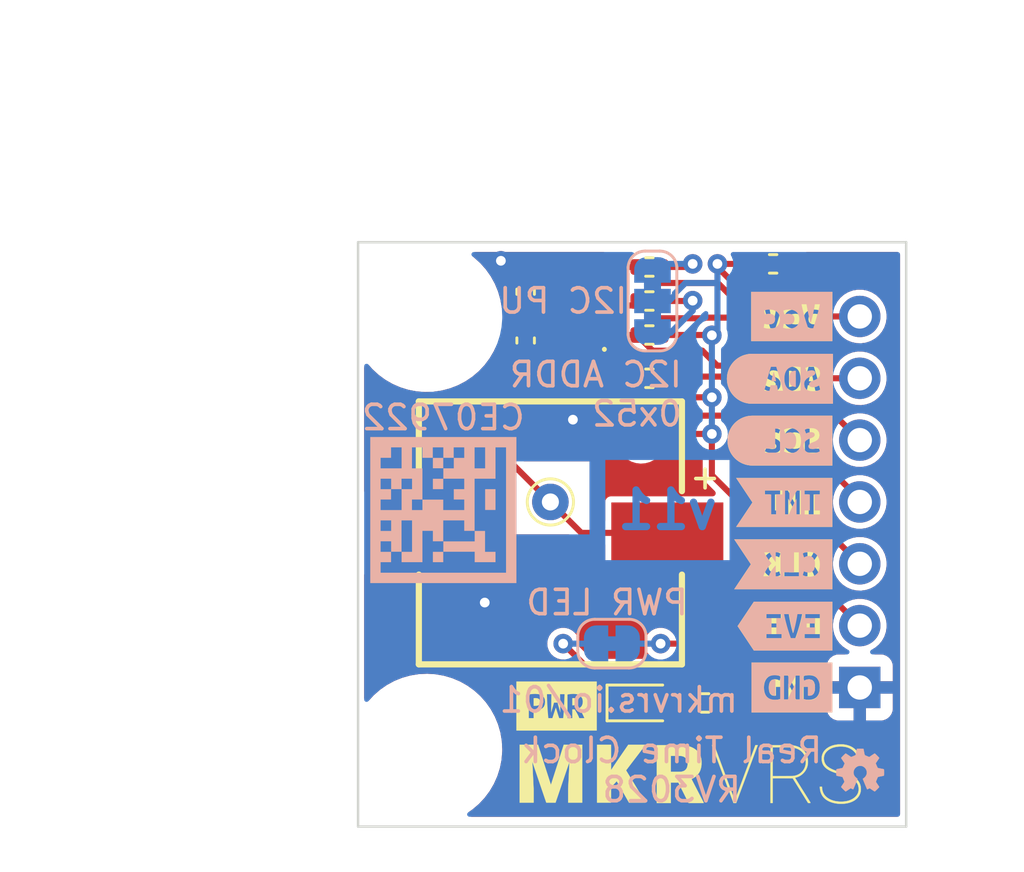
<source format=kicad_pcb>
(kicad_pcb (version 20210722) (generator pcbnew)
  (title_block (title "Makerverse RTC RV3028") (date "2021-09-14") (rev "10") (comment 1 "Designed at Core Electronics by Brenton Schulz") (comment 2 "Makerverse and the makerverse logo are trademarks of Core Electronics Pty Ltd.") (comment 3 "License: CCASAv4.0 https://creativecommons.org/licenses/by-sa/4.0/"))
  (layers (0 "F.Cu" signal) (31 "B.Cu" signal) (34 "B.Paste" user) (35 "F.Paste" user) (36 "B.SilkS" user "B.Silkscreen") (37 "F.SilkS" user "F.Silkscreen") (38 "B.Mask" user) (39 "F.Mask" user) (44 "Edge.Cuts" user))
  (net 0 "")
  (net 1 "GND")
  (net 2 "VCC")
  (net 3 "SDA")
  (net 4 "SCL")
  (net 5 "VBACKUP")
  (net 6 "Net-(D1-Pad2)")
  (net 7 "CLKOUT")
  (net 8 "EVI")
  (net 9 "INT")
  (net 10 "Net-(JP1-Pad3)")
  (net 11 "Net-(JP1-Pad1)")
  (net 12 "Net-(JP2-Pad1)")
  (footprint "Capacitor_SMD:C_0402_1005Metric" (layer "F.Cu") (at 113.284 89.888 -90)
    (fp_text reference "C3")
    (fp_text value "100n")
    (pad "1" smd roundrect locked (at -0.48 0 270) (size 0.56 0.62) (layers "F.Cu" "F.Paste" "F.Mask") (net 2 "VCC"))
    (pad "2" smd roundrect locked (at 0.48 0 270) (size 0.56 0.62) (layers "F.Cu" "F.Paste" "F.Mask") (net 1 "GND"))
  )
  (footprint "Resistor_SMD:R_0402_1005Metric" (layer "F.Cu") (at 123.444 86.74)
    (fp_text reference "R1")
    (fp_text value "100k")
    (pad "1" smd roundrect locked (at -0.51 0) (size 0.54 0.64) (layers "F.Cu" "F.Paste" "F.Mask") (net 2 "VCC"))
    (pad "2" smd roundrect locked (at 0.51 0) (size 0.54 0.64) (layers "F.Cu" "F.Paste" "F.Mask") (net 1 "GND"))
  )
  (footprint "Capacitor_SMD:C_0402_1005Metric" (layer "F.Cu") (at 113.284 87.884 90)
    (fp_text reference "C1")
    (fp_text value "100n")
    (pad "1" smd roundrect locked (at -0.48 0 90) (size 0.56 0.62) (layers "F.Cu" "F.Paste" "F.Mask") (net 5 "VBACKUP"))
    (pad "2" smd roundrect locked (at 0.48 0 90) (size 0.56 0.62) (layers "F.Cu" "F.Paste" "F.Mask") (net 1 "GND"))
  )
  (footprint "TestPoint:TestPoint_THTPad_D1.5mm_Drill0.7mm" (layer "F.Cu") (at 114.3 96.52)
    (fp_text reference "TP1")
    (fp_text value "TestPoint")
    (pad "1" thru_hole circle locked (at 0 0) (size 1.5 1.5) (drill 0.7) (layers *.Cu *.Mask) (net 5 "VBACKUP"))
  )
  (footprint "kibuzzard-611F2FAD" (layer "F.Cu") (at 123.929618 101.62)
    (fp_text reference "kibuzzard-611F2FAD" hide)
    (fp_text value "G***" hide)
  )
  (footprint "MountingHole:MountingHole_3.2mm_M3" (layer "F.Cu") (at 109.22 88.9)
    (fp_text reference "H1")
    (fp_text value "MountingHole")
    (pad "" np_thru_hole circle locked (at 0 0) (size 3.2 3.2) (drill 3.2) (layers F&B.Cu *.Mask) (clearance 1.5))
  )
  (footprint "kibuzzard-611F2F9E" (layer "F.Cu") (at 123.860562 99.08)
    (fp_text reference "kibuzzard-611F2F9E" hide)
    (fp_text value "G***" hide)
  )
  (footprint "LED_SMD:LED_0603_1608Metric" (layer "F.Cu") (at 118.11 104.775)
    (fp_text reference "D1")
    (fp_text value "LED")
    (pad "1" smd roundrect locked (at -0.7875 0) (size 0.875 0.95) (layers "F.Cu" "F.Paste" "F.Mask") (net 1 "GND"))
    (pad "2" smd roundrect locked (at 0.7875 0) (size 0.875 0.95) (layers "F.Cu" "F.Paste" "F.Mask") (net 6 "Net-(D1-Pad2)"))
  )
  (footprint "kibuzzard-610A0DD3" (layer "F.Cu") (at 114.554 104.902)
    (fp_text reference "kibuzzard-610A0DD3" hide)
    (fp_text value "G***" hide)
  )
  (footprint "MountingHole:MountingHole_3.2mm_M3" (layer "F.Cu") (at 109.22 106.68)
    (fp_text reference "H2")
    (fp_text value "MountingHole")
    (pad "" np_thru_hole circle locked (at 0 0) (size 3.2 3.2) (drill 3.2) (layers F&B.Cu *.Mask) (clearance 1.5))
  )
  (footprint "Resistor_SMD:R_0402_1005Metric" (layer "F.Cu") (at 118.364 89.662 180)
    (fp_text reference "R3")
    (fp_text value "4k7")
    (pad "1" smd roundrect locked (at -0.51 0 180) (size 0.54 0.64) (layers "F.Cu" "F.Paste" "F.Mask") (net 2 "VCC"))
    (pad "2" smd roundrect locked (at 0.51 0 180) (size 0.54 0.64) (layers "F.Cu" "F.Paste" "F.Mask") (net 9 "INT"))
  )
  (footprint "Resistor_SMD:R_0402_1005Metric" (layer "F.Cu") (at 118.364 88.265 180)
    (fp_text reference "R4")
    (fp_text value "4k7")
    (pad "1" smd roundrect locked (at -0.51 0 180) (size 0.54 0.64) (layers "F.Cu" "F.Paste" "F.Mask") (net 10 "Net-(JP1-Pad3)"))
    (pad "2" smd roundrect locked (at 0.51 0 180) (size 0.54 0.64) (layers "F.Cu" "F.Paste" "F.Mask") (net 4 "SCL"))
  )
  (footprint "RTC:RV3028C732768kHz1ppmTAQC" (layer "F.Cu") (at 115.316 88.9 90)
    (fp_text reference "Y1")
    (fp_text value "RV-3028-C7_32.768kHz_1ppm_TA_QC" hide)
    (pad "1" smd rect locked (at -1.35 0.6 90) (size 0.5 0.8) (layers "F.Cu" "F.Paste" "F.Mask") (net 7 "CLKOUT"))
    (pad "2" smd rect locked (at -0.45 0.6 90) (size 0.5 0.8) (layers "F.Cu" "F.Paste" "F.Mask") (net 9 "INT"))
    (pad "3" smd rect (at 0.45 0.6 90) (size 0.5 0.8) (layers "F.Cu" "F.Paste" "F.Mask") (net 4 "SCL"))
    (pad "4" smd rect (at 1.35 0.6 90) (size 0.5 0.8) (layers "F.Cu" "F.Paste" "F.Mask") (net 3 "SDA"))
    (pad "5" smd rect (at 1.35 -0.6 90) (size 0.5 0.8) (layers "F.Cu" "F.Paste" "F.Mask") (net 1 "GND"))
    (pad "6" smd rect (at 0.45 -0.6 90) (size 0.5 0.8) (layers "F.Cu" "F.Paste" "F.Mask") (net 5 "VBACKUP"))
    (pad "7" smd rect (at -0.45 -0.6 90) (size 0.5 0.8) (layers "F.Cu" "F.Paste" "F.Mask") (net 2 "VCC"))
    (pad "8" smd rect (at -1.35 -0.6 90) (size 0.5 0.8) (layers "F.Cu" "F.Paste" "F.Mask") (net 8 "EVI"))
  )
  (footprint "CoreElectronics_Artwork:makerverse_logo_short_14.0x2.4mm" (layer "F.Cu") (at 120.0404 107.696)
    (fp_text reference "G1" hide)
    (fp_text value "LOGO" hide)
  )
  (footprint "kibuzzard-611F2ECA" (layer "F.Cu") (at 123.723 91.46)
    (fp_text reference "kibuzzard-611F2ECA" hide)
    (fp_text value "G***" hide)
  )
  (footprint "Fiducial:Fiducial_1mm_Mask2mm" (layer "F.Cu") (at 110.225 101.94)
    (fp_text reference "FID1")
    (fp_text value "Fiducial")
    (pad "" smd circle locked (at 0 0) (size 1 1) (layers "F.Cu" "F.Mask") (clearance 0.5))
  )
  (footprint "kibuzzard-6109FC7A" (layer "F.Cu") (at 124.209503 88.9)
    (fp_text reference "kibuzzard-6109FC7A" hide)
    (fp_text value "G***" hide)
  )
  (footprint "Connector_PinSocket_2.54mm:PinSocket_1x07_P2.54mm_Vertical" (layer "F.Cu") (at 127 104.14 180)
    (fp_text reference "J1")
    (fp_text value "Conn_01x07_Male")
    (pad "1" thru_hole rect locked (at 0 0 180) (size 1.7 1.7) (drill 1) (layers *.Cu *.Mask) (net 1 "GND"))
    (pad "2" thru_hole oval locked (at 0 2.54 180) (size 1.7 1.7) (drill 1) (layers *.Cu *.Mask) (net 8 "EVI"))
    (pad "3" thru_hole oval locked (at 0 5.08 180) (size 1.7 1.7) (drill 1) (layers *.Cu *.Mask) (net 7 "CLKOUT"))
    (pad "4" thru_hole oval locked (at 0 7.62 180) (size 1.7 1.7) (drill 1) (layers *.Cu *.Mask) (net 9 "INT"))
    (pad "5" thru_hole oval locked (at 0 10.16 180) (size 1.7 1.7) (drill 1) (layers *.Cu *.Mask) (net 4 "SCL"))
    (pad "6" thru_hole oval locked (at 0 12.7 180) (size 1.7 1.7) (drill 1) (layers *.Cu *.Mask) (net 3 "SDA"))
    (pad "7" thru_hole oval locked (at 0 15.24 180) (size 1.7 1.7) (drill 1) (layers *.Cu *.Mask) (net 2 "VCC"))
  )
  (footprint "kibuzzard-611F2F8F" (layer "F.Cu") (at 123.900249 96.54)
    (fp_text reference "kibuzzard-611F2F8F" hide)
    (fp_text value "G***" hide)
  )
  (footprint "Resistor_SMD:R_0402_1005Metric" (layer "F.Cu") (at 118.364 86.868 180)
    (fp_text reference "R5")
    (fp_text value "4k7")
    (pad "1" smd roundrect locked (at -0.51 0 180) (size 0.54 0.64) (layers "F.Cu" "F.Paste" "F.Mask") (net 11 "Net-(JP1-Pad1)"))
    (pad "2" smd roundrect locked (at 0.51 0 180) (size 0.54 0.64) (layers "F.Cu" "F.Paste" "F.Mask") (net 3 "SDA"))
  )
  (footprint "Fiducial:Fiducial_1mm_Mask2mm" (layer "F.Cu") (at 118.025 93.94)
    (fp_text reference "FID2")
    (fp_text value "Fiducial")
    (pad "" smd circle locked (at 0 0) (size 1 1) (layers "F.Cu" "F.Mask") (clearance 0.5))
  )
  (footprint "RTC:FC_10.5X5.5_" (layer "F.Cu") (at 114.3 97.79 180)
    (fp_text reference "C2")
    (fp_text value "100mF" hide)
    (fp_text user "+" (at -6.35 2.159 180 unlocked) (layer "F.SilkS"))
    (pad "1" smd rect (at -4.8 0 270) (size 2.5 4.6) (layers "F.Cu" "F.Paste" "F.Mask") (net 5 "VBACKUP"))
    (pad "2" smd rect (at 4.8 0 270) (size 2.5 4.6) (layers "F.Cu" "F.Paste" "F.Mask") (net 1 "GND"))
  )
  (footprint "Resistor_SMD:R_0402_1005Metric" (layer "F.Cu") (at 118.364 91.44 180)
    (fp_text reference "R2")
    (fp_text value "4k7")
    (pad "1" smd roundrect locked (at -0.51 0 180) (size 0.54 0.64) (layers "F.Cu" "F.Paste" "F.Mask") (net 2 "VCC"))
    (pad "2" smd roundrect locked (at 0.51 0 180) (size 0.54 0.64) (layers "F.Cu" "F.Paste" "F.Mask") (net 8 "EVI"))
  )
  (footprint "kibuzzard-6109FD62" (layer "F.Cu") (at 124.215059 104.14)
    (fp_text reference "kibuzzard-6109FD62" hide)
    (fp_text value "G***" hide)
  )
  (footprint "kibuzzard-611F2EE3" (layer "F.Cu") (at 123.723 94)
    (fp_text reference "kibuzzard-611F2EE3" hide)
    (fp_text value "G***" hide)
  )
  (footprint "Resistor_SMD:R_0402_1005Metric" (layer "F.Cu") (at 120.65 104.775 180)
    (fp_text reference "R6")
    (fp_text value "4k7")
    (pad "1" smd roundrect locked (at -0.51 0 180) (size 0.54 0.64) (layers "F.Cu" "F.Paste" "F.Mask") (net 12 "Net-(JP2-Pad1)"))
    (pad "2" smd roundrect locked (at 0.51 0 180) (size 0.54 0.64) (layers "F.Cu" "F.Paste" "F.Mask") (net 6 "Net-(D1-Pad2)"))
  )
  (footprint "CoreElectronics_Components:SolderJumper-2_P1.3mm_Bridged_RoundedPad1.0x1.5mm" (layer "B.Cu") (at 116.825 102.34)
    (fp_text reference "JP2")
    (fp_text value "SolderJumper_2_Bridged")
    (fp_poly (pts (xy 0.25 0.3) (xy -0.25 0.3) (xy -0.25 -0.3) (xy 0.25 -0.3)) (layer "B.Cu") (width 0) (fill solid))
    (pad "1" smd custom locked (at -0.65 0) (size 1 0.5) (layers "B.Cu" "B.Mask") (net 12 "Net-(JP2-Pad1)") (options (clearance outline) (anchor rect)) (primitives (gr_circle (center 0 -0.25) (end 0.5 -0.25) (width 0) (fill yes)) (gr_circle (center 0 0.25) (end 0.5 0.25) (width 0) (fill yes)) (gr_poly (pts (xy 0.5 0.75) (xy 0 0.75) (xy 0 -0.75) (xy 0.5 -0.75)) (width 0) (fill yes))))
    (pad "2" smd custom locked (at 0.65 0) (size 1 0.5) (layers "B.Cu" "B.Mask") (net 2 "VCC") (options (clearance outline) (anchor rect)) (primitives (gr_circle (center 0 -0.25) (end 0.5 -0.25) (width 0) (fill yes)) (gr_circle (center 0 0.25) (end 0.5 0.25) (width 0) (fill yes)) (gr_poly (pts (xy 0 0.75) (xy -0.5 0.75) (xy -0.5 -0.75) (xy 0 -0.75)) (width 0) (fill yes))))
  )
  (footprint "CoreElectronics_Components:SolderJumper-3_P1.3mm_Closed_RoundedPad1.0x1.5mm" (layer "B.Cu") (at 118.491 88.265 -90)
    (fp_text reference "JP1")
    (fp_text value "SolderJumper_3_Bridged123")
    (fp_poly (pts (xy 0.8 -0.3) (xy -0.8 -0.3) (xy -0.8 0.3) (xy 0.8 0.3)) (layer "B.Cu") (width 0.1) (fill solid))
    (pad "1" smd custom locked (at -1.3 0 270) (size 1 0.5) (layers "B.Cu" "B.Mask") (net 11 "Net-(JP1-Pad1)") (options (clearance outline) (anchor rect)) (primitives (gr_circle (center 0 -0.25) (end 0.5 -0.25) (width 0) (fill yes)) (gr_circle (center 0 0.25) (end 0.5 0.25) (width 0) (fill yes)) (gr_poly (pts (xy 0.55 0.75) (xy 0 0.75) (xy 0 -0.75) (xy 0.55 -0.75)) (width 0) (fill yes))))
    (pad "2" smd rect locked (at 0 0 270) (size 1 1.5) (layers "B.Cu" "B.Mask") (net 2 "VCC"))
    (pad "3" smd custom locked (at 1.3 0 270) (size 1 0.5) (layers "B.Cu" "B.Mask") (net 10 "Net-(JP1-Pad3)") (options (clearance outline) (anchor rect)) (primitives (gr_circle (center 0 -0.25) (end 0.5 -0.25) (width 0) (fill yes)) (gr_circle (center 0 0.25) (end 0.5 0.25) (width 0) (fill yes)) (gr_poly (pts (xy 0 0.75) (xy -0.55 0.75) (xy -0.55 -0.75) (xy 0 -0.75)) (width 0) (fill yes))))
  )
  (footprint "kibuzzard-611F3011" (layer "B.Cu") (at 123.900249 96.54 180)
    (fp_text reference "kibuzzard-611F3011" hide)
    (fp_text value "G***" hide)
  )
  (footprint "RTC:CE07922" (layer "B.Cu") (at 109.905 96.852 180)
    (fp_text reference "G***")
    (fp_text value "LOGO" hide)
  )
  (footprint "kibuzzard-6109FD62" (layer "B.Cu") (at 124.215059 104.14 180)
    (fp_text reference "kibuzzard-6109FD62" hide)
    (fp_text value "G***" hide)
  )
  (footprint "kibuzzard-611F2F08" (layer "B.Cu") (at 123.723 91.46 180)
    (fp_text reference "kibuzzard-611F2F08" hide)
    (fp_text value "G***" hide)
  )
  (footprint "kibuzzard-611F3003" (layer "B.Cu") (at 123.860562 99.08 180)
    (fp_text reference "kibuzzard-611F3003" hide)
    (fp_text value "G***" hide)
  )
  (footprint "kibuzzard-6109FC7A" (layer "B.Cu") (at 124.209503 88.9 180)
    (fp_text reference "kibuzzard-6109FC7A" hide)
    (fp_text value "G***" hide)
  )
  (footprint "CoreElectronics_Artwork:oshw" (layer "B.Cu") (at 127.025 107.54 180)
    (fp_text reference "G***" hide)
    (fp_text value "LOGO" hide)
  )
  (footprint "kibuzzard-611F2FF6" (layer "B.Cu") (at 123.929618 101.62 180)
    (fp_text reference "kibuzzard-611F2FF6" hide)
    (fp_text value "G***" hide)
  )
  (footprint "kibuzzard-611F2EF5" (layer "B.Cu") (at 123.723 94 180)
    (fp_text reference "kibuzzard-611F2EF5" hide)
    (fp_text value "G***" hide)
  )
  (gr_line (start 106.405 85.852) (end 128.905 85.852) (layer "Edge.Cuts") (width 0.1))
  (gr_line (start 106.405 109.852) (end 106.405 85.852) (layer "Edge.Cuts") (width 0.1))
  (gr_line (start 128.905 109.852) (end 106.405 109.852) (layer "Edge.Cuts") (width 0.1))
  (gr_line (start 128.905 85.852) (end 128.905 109.852) (layer "Edge.Cuts") (width 0.1))
  (gr_text "v11" (at 119.105 96.852) (layer "B.Cu") (effects (font (size 1.5 1.5) (thickness 0.3)) (justify mirror)))
  (gr_text "I2C PU" (at 114.825 88.265) (layer "B.SilkS") (effects (font (size 1 1)) (justify mirror)))
  (gr_text "CE07922" (at 109.904999 93.052) (layer "B.SilkS") (effects (font (size 1 1)) (justify mirror)))
  (gr_text "Real Time Clock\nRV3028" (at 119.278 107.532802) (layer "B.SilkS") (effects (font (size 1 1)) (justify mirror)))
  (gr_text "I2C ADDR\n0x52" (at 119.786 92.095) (layer "B.SilkS") (effects (font (size 1 1)) (justify left mirror)))
  (gr_text "mkrvrs.io/01" (at 117.105 104.652) (layer "B.SilkS") (effects (font (size 1 1)) (justify mirror)))
  (gr_text "PWR LED" (at 116.625 100.652) (layer "B.SilkS") (effects (font (size 1 1)) (justify mirror)))
  (segment (start 113.284 90.368) (end 113.284 91.199) (width 0.25) (layer "F.Cu") (net 1))
  (segment (start 109.5 99.947) (end 110.205 100.652) (width 0.25) (layer "F.Cu") (net 1))
  (segment (start 113.284 91.199) (end 115.225 93.14) (width 0.25) (layer "F.Cu") (net 1))
  (segment (start 110.205 100.652) (end 111.605 100.652) (width 0.25) (layer "F.Cu") (net 1))
  (segment (start 109.5 97.79) (end 109.5 99.947) (width 0.25) (layer "F.Cu") (net 1))
  (via (at 115.225 93.14) (size 0.8) (drill 0.4) (layers "F.Cu" "B.Cu") (net 1))
  (via (at 111.605 100.652) (size 0.8) (drill 0.4) (layers "F.Cu" "B.Cu") (net 1))
  (via (at 112.268 86.614) (size 0.8) (drill 0.4) (layers "F.Cu" "B.Cu") (net 1))
  (segment (start 113.919 89.497) (end 114.066 89.35) (width 0.25) (layer "F.Cu") (net 2))
  (segment (start 118.696609 92.534031) (end 119.888578 93.726) (width 0.25) (layer "F.Cu") (net 2))
  (segment (start 113.991489 89.569489) (end 113.991489 90.790185) (width 0.25) (layer "F.Cu") (net 2))
  (segment (start 122.225 96.715978) (end 120.929 95.419978) (width 0.25) (layer "F.Cu") (net 2))
  (segment (start 113.83 89.408) (end 113.919 89.497) (width 0.25) (layer "F.Cu") (net 2))
  (segment (start 114.654793 90.824511) (end 115.970282 92.14) (width 0.25) (layer "F.Cu") (net 2))
  (segment (start 120.929 95.419978) (end 120.929 93.726) (width 0.25) (layer "F.Cu") (net 2))
  (segment (start 120.918 89.662) (end 120.929 89.673) (width 0.25) (layer "F.Cu") (net 2))
  (segment (start 123.185 88.9) (end 121.026 86.741) (width 0.25) (layer "F.Cu") (net 2))
  (segment (start 127 88.9) (end 126.865 88.9) (width 0.25) (layer "F.Cu") (net 2))
  (segment (start 118.825 102.34) (end 121.225 102.34) (width 0.25) (layer "F.Cu") (net 2))
  (segment (start 122.933 86.741) (end 122.934 86.74) (width 0.25) (layer "F.Cu") (net 2))
  (segment (start 118.874 89.662) (end 120.918 89.662) (width 0.25) (layer "F.Cu") (net 2))
  (segment (start 127 88.9) (end 123.185 88.9) (width 0.25) (layer "F.Cu") (net 2))
  (segment (start 126.515 88.415) (end 127 88.9) (width 0.25) (layer "F.Cu") (net 2))
  (segment (start 113.991489 90.790185) (end 114.025815 90.824511) (width 0.25) (layer "F.Cu") (net 2))
  (segment (start 121.225 102.34) (end 122.225 101.34) (width 0.25) (layer "F.Cu") (net 2))
  (segment (start 115.970282 92.14) (end 117.964696 92.14) (width 0.25) (layer "F.Cu") (net 2))
  (segment (start 117.964696 92.14) (end 118.358727 92.534031) (width 0.25) (layer "F.Cu") (net 2))
  (segment (start 114.066 89.35) (end 114.716 89.35) (width 0.25) (layer "F.Cu") (net 2))
  (segment (start 118.874 91.44) (end 119.656 92.222) (width 0.25) (layer "F.Cu") (net 2))
  (segment (start 121.158 86.741) (end 122.933 86.741) (width 0.25) (layer "F.Cu") (net 2))
  (segment (start 122.225 101.34) (end 122.225 96.715978) (width 0.25) (layer "F.Cu") (net 2))
  (segment (start 119.888578 93.726) (end 120.929 93.726) (width 0.25) (layer "F.Cu") (net 2))
  (segment (start 113.919 89.497) (end 113.991489 89.569489) (width 0.25) (layer "F.Cu") (net 2))
  (segment (start 113.284 89.408) (end 113.83 89.408) (width 0.25) (layer "F.Cu") (net 2))
  (segment (start 119.656 92.222) (end 120.929 92.222) (width 0.25) (layer "F.Cu") (net 2))
  (segment (start 114.025815 90.824511) (end 114.654793 90.824511) (width 0.25) (layer "F.Cu") (net 2))
  (segment (start 118.358727 92.534031) (end 118.696609 92.534031) (width 0.25) (layer "F.Cu") (net 2))
  (via (at 120.929 89.673) (size 0.8) (drill 0.4) (layers "F.Cu" "B.Cu") (net 2))
  (via (at 118.825 102.34) (size 0.8) (drill 0.4) (layers "F.Cu" "B.Cu") (net 2))
  (via (at 120.929 92.222) (size 0.8) (drill 0.4) (layers "F.Cu" "B.Cu") (net 2))
  (via (at 121.158 86.741) (size 0.8) (drill 0.4) (layers "F.Cu" "B.Cu") (net 2))
  (via (at 120.929 93.726) (size 0.8) (drill 0.4) (layers "F.Cu" "B.Cu") (net 2))
  (segment (start 118.825 102.34) (end 117.475 102.34) (width 0.25) (layer "B.Cu") (net 2))
  (segment (start 119.41696 87.9504) (end 119.841362 87.525998) (width 0.25) (layer "B.Cu") (net 2))
  (segment (start 119.841362 87.525998) (end 121.104798 87.525998) (width 0.25) (layer "B.Cu") (net 2))
  (segment (start 118.491 88.265) (end 119.169402 88.265) (width 0.25) (layer "B.Cu") (net 2))
  (segment (start 121.158 89.444) (end 120.929 89.673) (width 0.25) (layer "B.Cu") (net 2))
  (segment (start 119.41696 88.017442) (end 119.41696 87.9504) (width 0.25) (layer "B.Cu") (net 2))
  (segment (start 119.169402 88.265) (end 119.41696 88.017442) (width 0.25) (layer "B.Cu") (net 2))
  (segment (start 120.929 93.726) (end 120.929 89.673) (width 0.25) (layer "B.Cu") (net 2))
  (segment (start 121.158 86.741) (end 121.158 89.444) (width 0.25) (layer "B.Cu") (net 2))
  (segment (start 118.511998 87.525998) (end 117.854 86.868) (width 0.25) (layer "F.Cu") (net 3))
  (segment (start 116.598 86.868) (end 115.916 87.55) (width 0.25) (layer "F.Cu") (net 3))
  (segment (start 116.598 86.868) (end 117.981 86.868) (width 0.25) (layer "F.Cu") (net 3))
  (segment (start 121.175294 87.525998) (end 118.511998 87.525998) (width 0.25) (layer "F.Cu") (net 3))
  (segment (start 125.089296 91.44) (end 121.175294 87.525998) (width 0.25) (layer "F.Cu") (net 3))
  (segment (start 127 91.44) (end 125.089296 91.44) (width 0.25) (layer "F.Cu") (net 3))
  (segment (start 120.628901 88.948499) (end 120.602401 88.974999) (width 0.25) (layer "F.Cu") (net 4))
  (segment (start 120.602401 88.974999) (end 118.563999 88.974999) (width 0.25) (layer "F.Cu") (net 4))
  (segment (start 117.796 88.45) (end 117.981 88.265) (width 0.25) (layer "F.Cu") (net 4))
  (segment (start 121.962091 88.948499) (end 120.628901 88.948499) (width 0.25) (layer "F.Cu") (net 4))
  (segment (start 115.916 88.45) (end 117.669 88.45) (width 0.25) (layer "F.Cu") (net 4))
  (segment (start 117.669 88.45) (end 117.854 88.265) (width 0.25) (layer "F.Cu") (net 4))
  (segment (start 127 93.98) (end 126.993592 93.98) (width 0.25) (layer "F.Cu") (net 4))
  (segment (start 126.993592 93.98) (end 121.962091 88.948499) (width 0.25) (layer "F.Cu") (net 4))
  (segment (start 118.563999 88.974999) (end 117.854 88.265) (width 0.25) (layer "F.Cu") (net 4))
  (segment (start 115.57 97.79) (end 119.1 97.79) (width 0.25) (layer "F.Cu") (net 5))
  (segment (start 112.64948 94.86948) (end 114.3 96.52) (width 0.25) (layer "F.Cu") (net 5))
  (segment (start 113.284 88.364) (end 112.64948 88.99852) (width 0.25) (layer "F.Cu") (net 5))
  (segment (start 114.3 96.52) (end 115.57 97.79) (width 0.25) (layer "F.Cu") (net 5))
  (segment (start 114.716 88.45) (end 113.37 88.45) (width 0.25) (layer "F.Cu") (net 5))
  (segment (start 112.64948 88.99852) (end 112.64948 94.86948) (width 0.25) (layer "F.Cu") (net 5))
  (segment (start 120.14 104.775) (end 118.8975 104.775) (width 0.25) (layer "F.Cu") (net 6))
  (segment (start 127 99.06) (end 122.459011 94.519011) (width 0.25) (layer "F.Cu") (net 7))
  (segment (start 122.459011 94.519011) (end 122.459011 92.504568) (width 0.25) (layer "F.Cu") (net 7))
  (segment (start 116.422031 90.756031) (end 115.916 90.25) (width 0.25) (layer "F.Cu") (net 7))
  (segment (start 122.459011 92.504568) (end 121.325099 91.370656) (width 0.25) (layer "F.Cu") (net 7))
  (segment (start 121.325099 91.370656) (end 120.08635 91.370656) (width 0.25) (layer "F.Cu") (net 7))
  (segment (start 120.08635 91.370656) (end 119.471725 90.756031) (width 0.25) (layer "F.Cu") (net 7))
  (segment (start 119.471725 90.756031) (end 116.422031 90.756031) (width 0.25) (layer "F.Cu") (net 7))
  (segment (start 119.842194 92.67151) (end 119.469806 92.67151) (width 0.25) (layer "F.Cu") (net 8))
  (segment (start 118.882802 92.08452) (end 118.54492 92.08452) (width 0.25) (layer "F.Cu") (net 8))
  (segment (start 119.342959 92.544677) (end 118.882802 92.08452) (width 0.25) (layer "F.Cu") (net 8))
  (segment (start 119.342973 92.544677) (end 119.342959 92.544677) (width 0.25) (layer "F.Cu") (net 8))
  (segment (start 122.674511 96.153807) (end 122.009501 95.488797) (width 0.25) (layer "F.Cu") (net 8))
  (segment (start 120.144706 92.974022) (end 119.842194 92.67151) (width 0.25) (layer "F.Cu") (net 8))
  (segment (start 122.009501 93.171901) (end 121.811622 92.974022) (width 0.25) (layer "F.Cu") (net 8))
  (segment (start 122.009501 95.488797) (end 122.009501 93.171901) (width 0.25) (layer "F.Cu") (net 8))
  (segment (start 127 101.6) (end 122.674511 97.274511) (width 0.25) (layer "F.Cu") (net 8))
  (segment (start 121.811622 92.974022) (end 120.144706 92.974022) (width 0.25) (layer "F.Cu") (net 8))
  (segment (start 119.469806 92.67151) (end 119.342973 92.544677) (width 0.25) (layer "F.Cu") (net 8))
  (segment (start 117.854 91.44) (end 115.906 91.44) (width 0.25) (layer "F.Cu") (net 8))
  (segment (start 117.9004 91.44) (end 117.854 91.44) (width 0.25) (layer "F.Cu") (net 8))
  (segment (start 122.674511 97.274511) (end 122.674511 96.153807) (width 0.25) (layer "F.Cu") (net 8))
  (segment (start 118.54492 92.08452) (end 117.9004 91.44) (width 0.25) (layer "F.Cu") (net 8))
  (segment (start 115.906 91.44) (end 114.716 90.25) (width 0.25) (layer "F.Cu") (net 8))
  (segment (start 127 96.409853) (end 127 96.52) (width 0.25) (layer "F.Cu") (net 9))
  (segment (start 118.49852 90.30652) (end 120.53792 90.30652) (width 0.25) (layer "F.Cu") (net 9))
  (segment (start 121.511293 90.921146) (end 127 96.409853) (width 0.25) (layer "F.Cu") (net 9))
  (segment (start 117.854 89.662) (end 118.49852 90.30652) (width 0.25) (layer "F.Cu") (net 9))
  (segment (start 121.152546 90.921146) (end 121.511293 90.921146) (width 0.25) (layer "F.Cu") (net 9))
  (segment (start 120.53792 90.30652) (end 121.152546 90.921146) (width 0.25) (layer "F.Cu") (net 9))
  (segment (start 117.981 89.662) (end 116.228 89.662) (width 0.25) (layer "F.Cu") (net 9))
  (segment (start 116.228 89.662) (end 115.916 89.35) (width 0.25) (layer "F.Cu") (net 9))
  (segment (start 120.12696 88.265) (end 120.141461 88.250499) (width 0.25) (layer "F.Cu") (net 10))
  (segment (start 118.874 88.265) (end 120.12696 88.265) (width 0.25) (layer "F.Cu") (net 10))
  (via (at 120.141461 88.250499) (size 0.8) (drill 0.4) (layers "F.Cu" "B.Cu") (net 10))
  (segment (start 119.241049 89.565) (end 120.141461 88.664588) (width 0.25) (layer "B.Cu") (net 10))
  (segment (start 120.141461 88.664588) (end 120.141461 88.250499) (width 0.25) (layer "B.Cu") (net 10))
  (segment (start 118.491 89.565) (end 119.241049 89.565) (width 0.25) (layer "B.Cu") (net 10))
  (segment (start 120.015 86.868) (end 120.142 86.741) (width 0.25) (layer "F.Cu") (net 11))
  (segment (start 118.874 86.868) (end 120.015 86.868) (width 0.25) (layer "F.Cu") (net 11))
  (via (at 120.142 86.741) (size 0.8) (drill 0.4) (layers "F.Cu" "B.Cu") (net 11))
  (segment (start 118.715 86.741) (end 118.491 86.965) (width 0.25) (layer "B.Cu") (net 11))
  (segment (start 120.142 86.741) (end 118.715 86.741) (width 0.25) (layer "B.Cu") (net 11))
  (segment (start 114.825 102.34) (end 115.825 103.34) (width 0.25) (layer "F.Cu") (net 12))
  (segment (start 120.425 103.34) (end 121.16 104.075) (width 0.25) (layer "F.Cu") (net 12))
  (segment (start 115.825 103.34) (end 120.425 103.34) (width 0.25) (layer "F.Cu") (net 12))
  (segment (start 121.16 104.075) (end 121.16 104.775) (width 0.25) (layer "F.Cu") (net 12))
  (via (at 114.825 102.34) (size 0.8) (drill 0.4) (layers "F.Cu" "B.Cu") (net 12))
  (segment (start 116.175 102.34) (end 114.825 102.34) (width 0.25) (layer "B.Cu") (net 12))
  (zone (net 0) (net_name "") (layers F&B.Cu) (connect_pads (clearance 0)) (min_thickness 0.254)
    (keepout (tracks not_allowed) (vias not_allowed) (pads not_allowed) (copperpour not_allowed) (footprints not_allowed))
    (fill (thermal_gap 0.508) (thermal_bridge_width 0.508))
    (polygon (pts (xy 128.905 86.252) (xy 106.405 86.252) (xy 106.405 85.852) (xy 128.905 85.852)))
  )
  (zone (net 0) (net_name "") (layers F&B.Cu) (connect_pads (clearance 0)) (min_thickness 0.254)
    (keepout (tracks not_allowed) (vias not_allowed) (pads not_allowed) (copperpour not_allowed) (footprints not_allowed))
    (fill (thermal_gap 0.508) (thermal_bridge_width 0.508))
    (polygon (pts (xy 128.905 109.852) (xy 106.405 109.852) (xy 106.405 109.452) (xy 128.905 109.452)))
  )
  (zone (net 0) (net_name "") (layers F&B.Cu) (connect_pads (clearance 0)) (min_thickness 0.254)
    (keepout (tracks allowed) (vias allowed) (pads allowed) (copperpour not_allowed) (footprints allowed))
    (fill (thermal_gap 0.508) (thermal_bridge_width 0.508))
    (polygon (pts (xy 115.905 97.852) (xy 112.905 97.852) (xy 112.905 94.852) (xy 115.905 94.852)))
  )
  (zone (net 1) (net_name "GND") (layer "F.Cu") (connect_pads (clearance 0.25)) (min_thickness 0.254) (fill yes (thermal_gap 0.508) (thermal_bridge_width 0.508))
    (polygon (pts (xy 128.905 109.852) (xy 106.405 109.852) (xy 106.405 85.852) (xy 128.905 85.852)))
  )
  (zone (net 1) (net_name "GND") (layer "B.Cu") (connect_pads (clearance 0.25)) (min_thickness 0.2) (fill yes (thermal_gap 0.508) (thermal_bridge_width 0.508))
    (polygon (pts (xy 128.905 109.852) (xy 106.405 109.852) (xy 106.405 85.852) (xy 128.905 85.852)))
  )
)
</source>
